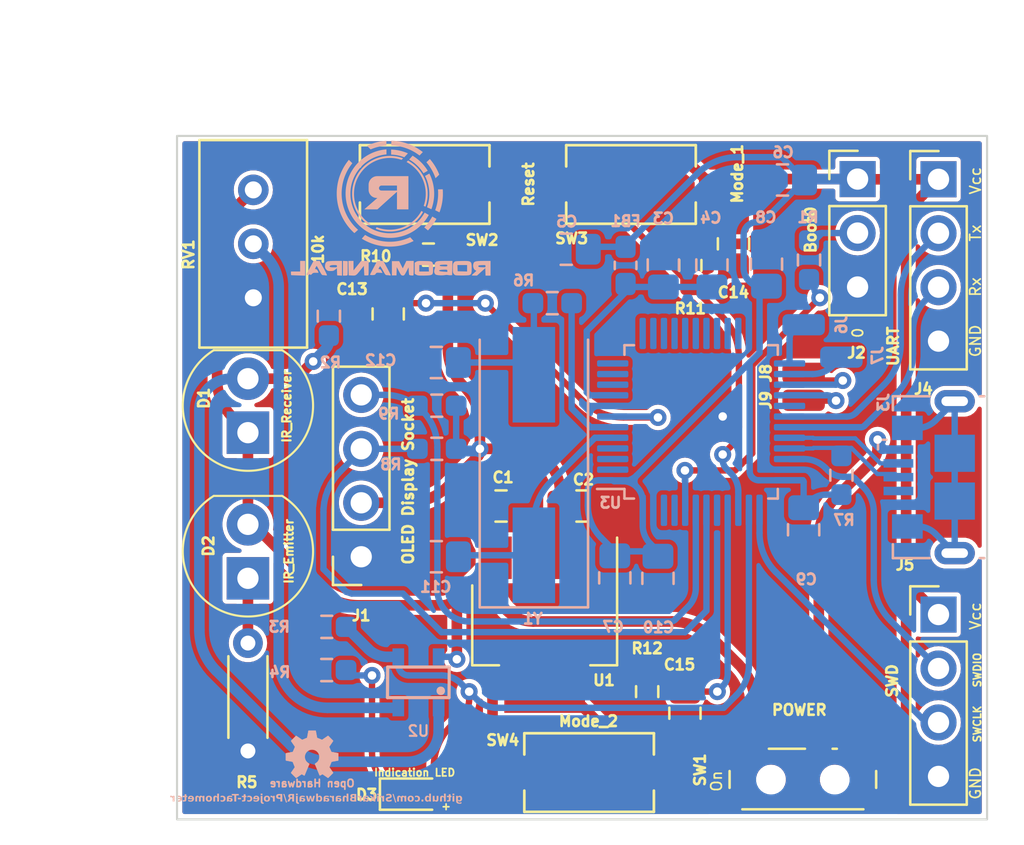
<source format=kicad_pcb>
(kicad_pcb (version 20221018) (generator pcbnew)
  (title_block (title "Project Tachometer") (date "2023-09-09") (rev "v1") (company "RoboManipal"))
  (layers (0 "F.Cu" signal) (31 "B.Cu" signal) (34 "B.Paste" user) (35 "F.Paste" user) (36 "B.SilkS" user "B.Silkscreen") (37 "F.SilkS" user "F.Silkscreen") (38 "B.Mask" user) (39 "F.Mask" user) (44 "Edge.Cuts" user))
  (net 0 "")
  (net 1 "Net-(D1-A)")
  (net 2 "Net-(D2-K)")
  (net 3 "Net-(D3-K)")
  (net 4 "/OP_Out")
  (net 5 "GND")
  (net 6 "Net-(C12-Pad1)")
  (net 7 "/VCC")
  (net 8 "/VDD")
  (net 9 "/VBUS")
  (net 11 "/HSE_IN")
  (net 12 "/VDDA")
  (net 16 "Net-(U2--)")
  (net 17 "/SWDIO")
  (net 18 "/SWCLK")
  (net 19 "/USB_D-")
  (net 20 "/USB_D+")
  (net 23 "/UART_Tx")
  (net 24 "/UART_Rx")
  (net 32 "/HSE_OUT")
  (net 33 "Net-(J2-Pin_2)")
  (net 34 "unconnected-(J3-Shield-Pad6)")
  (net 36 "Net-(J6-Pin_1)")
  (net 38 "/Boot0")
  (net 41 "/I2C_SCL")
  (net 42 "/I2C_SDA")
  (net 44 "Net-(J7-Pin_1)")
  (net 45 "Net-(J8-Pin_1)")
  (net 46 "/Reset")
  (net 47 "/Mode_1")
  (net 48 "/Mode_2")
  (net 53 "Net-(J9-Pin_1)")
  (footprint "Connector_PinSocket_2.54mm:PinSocket_1x04_P2.54mm_Vertical" (layer "F.Cu") (at 74.422 62.738 180)
    (fp_text reference "J1")
    (fp_text value "OLED Display Socket")
  )
  (footprint "Button_Switch_SMD:SW_TS09-63-25-WT-160-SMT-TR" (layer "F.Cu") (at 87.122 45.212 180)
    (fp_text reference "SW3")
    (fp_text value "Mode_1")
  )
  (footprint "Button_Switch_SMD:SW_TS09-63-25-WT-160-SMT-TR" (layer "F.Cu") (at 85.15 72.898 180)
    (fp_text reference "SW4")
    (fp_text value "Mode_2")
  )
  (footprint "Capacitor_SMD:C_0805_2012Metric_Pad1.18x1.45mm_HandSolder" (layer "F.Cu") (at 75.692 51.308 90)
    (fp_text reference "C13")
    (fp_text value "1uF")
  )
  (footprint "Connector_Wire:SolderWirePad_1x01_SMD_1x2mm" (layer "F.Cu") (at 95.25 54.102 90)
    (fp_text reference "J8")
    (fp_text value "PB_14")
  )
  (footprint "Capacitor_SMD:C_0805_2012Metric_Pad1.18x1.45mm_HandSolder" (layer "F.Cu") (at 81.0045 60.35)
    (fp_text reference "C1")
    (fp_text value "10uF")
  )
  (footprint "Connector_PinHeader_2.54mm:PinHeader_1x03_P2.54mm_Vertical" (layer "F.Cu") (at 97.79 44.958)
    (fp_text reference "J2")
    (fp_text value "Boot0")
  )
  (footprint "Capacitor_SMD:C_0805_2012Metric_Pad1.18x1.45mm_HandSolder" (layer "F.Cu") (at 89.662 70.104 -90)
    (fp_text reference "C15")
    (fp_text value "1uF")
  )
  (footprint "Capacitor_SMD:C_0805_2012Metric_Pad1.18x1.45mm_HandSolder" (layer "F.Cu") (at 84.8145 60.35)
    (fp_text reference "C2")
    (fp_text value "10uF")
  )
  (footprint "Potentiometer_THT:Potentiometer_Bourns_3296W_Vertical" (layer "F.Cu") (at 69.342 50.546 -90)
    (fp_text reference "RV1")
    (fp_text value "10k")
  )
  (footprint "Resistor_SMD:R_0603_1608Metric_Pad0.98x0.95mm_HandSolder" (layer "F.Cu") (at 89.916 49.022 -90)
    (fp_text reference "R11")
    (fp_text value "10k")
  )
  (footprint "Connector_PinHeader_2.54mm:PinHeader_1x04_P2.54mm_Vertical" (layer "F.Cu") (at 101.6 44.968)
    (fp_text reference "J4")
    (fp_text value "UART")
  )
  (footprint "digikey-footprints:LED_5mm_Radial" (layer "F.Cu") (at 69.088 61.214 90)
    (fp_text reference "D2")
    (fp_text value "IR_Emitter")
  )
  (footprint "Connector_PinHeader_2.54mm:PinHeader_1x04_P2.54mm_Vertical" (layer "F.Cu") (at 101.6 65.46)
    (fp_text reference "J5")
    (fp_text value "SWD")
  )
  (footprint "Button_Switch_SMD:SW_SPDT_PCM12" (layer "F.Cu") (at 95.214 72.898)
    (fp_text reference "SW1")
    (fp_text value "POWER")
  )
  (footprint "Package_TO_SOT_SMD:SOT-223-3_TabPin2" (layer "F.Cu") (at 83.058 65.938 -90)
    (fp_text reference "U1")
    (fp_text value "AMS1117-3.3")
  )
  (footprint "digikey-footprints:LED_5mm_Radial" (layer "F.Cu") (at 69.088 54.356 90)
    (fp_text reference "D1")
    (fp_text value "IR_Receiver")
  )
  (footprint "Capacitor_SMD:C_0805_2012Metric_Pad1.18x1.45mm_HandSolder" (layer "F.Cu") (at 91.948 48.006 90)
    (fp_text reference "C14")
    (fp_text value "1uF")
  )
  (footprint "Resistor_THT:R_Axial_DIN0204_L3.6mm_D1.6mm_P5.08mm_Horizontal" (layer "F.Cu") (at 69.088 66.802 -90)
    (fp_text reference "R5")
    (fp_text value "100R")
  )
  (footprint "Connector_Wire:SolderWirePad_1x01_SMD_1x2mm" (layer "F.Cu") (at 95.25 55.372 90)
    (fp_text reference "J9")
    (fp_text value "PB_15")
  )
  (footprint "Button_Switch_SMD:SW_TS09-63-25-WT-160-SMT-TR" (layer "F.Cu") (at 77.41 45.212)
    (fp_text reference "SW2")
    (fp_text value "Reset")
  )
  (footprint "Resistor_SMD:R_0603_1608Metric_Pad0.98x0.95mm_HandSolder" (layer "F.Cu") (at 77.5875 48.514)
    (fp_text reference "R10")
    (fp_text value "10k")
  )
  (footprint "LED_SMD:LED_0603_1608Metric_Pad1.05x0.95mm_HandSolder" (layer "F.Cu") (at 76.962 73.914)
    (fp_text reference "D3")
    (fp_text value "Indication LED")
  )
  (footprint "Resistor_SMD:R_0603_1608Metric_Pad0.98x0.95mm_HandSolder" (layer "F.Cu") (at 87.884 69.088 90)
    (fp_text reference "R12")
    (fp_text value "10k")
  )
  (footprint "Capacitor_SMD:C_0805_2012Metric_Pad1.18x1.45mm_HandSolder" (layer "B.Cu") (at 86.36 63.7325 -90)
    (fp_text reference "C7")
    (fp_text value "100nF")
  )
  (footprint "Crystal:Crystal_SMD_HC49-SD" (layer "B.Cu") (at 82.55 58.42 90)
    (fp_text reference "Y1")
    (fp_text value "8MHz_Crystal")
  )
  (footprint "Resistor_SMD:R_0603_1608Metric_Pad0.98x0.95mm_HandSolder" (layer "B.Cu") (at 77.978 55.626)
    (fp_text reference "R9")
    (fp_text value "1.5k")
  )
  (footprint "Resistor_SMD:R_0603_1608Metric_Pad0.98x0.95mm_HandSolder" (layer "B.Cu") (at 95.504 48.768 -90)
    (fp_text reference "R1")
    (fp_text value "10k")
  )
  (footprint "SparkFun-Aesthetic:OSHW_Logo_2.5mm" (layer "B.Cu") (at 72.100416 72.170535 180)
    (fp_text reference "Ref**" hide)
    (fp_text value "Val**" hide)
  )
  (footprint "Capacitor_SMD:C_0805_2012Metric_Pad1.18x1.45mm_HandSolder" (layer "B.Cu") (at 93.5 48.9625 90)
    (fp_text reference "C8")
    (fp_text value "100nF")
  )
  (footprint "Connector_USB:USB_Micro-B_GCT_USB3076-30-A" (layer "B.Cu") (at 101.162 58.992 -90)
    (fp_text reference "J3")
    (fp_text value "USB_B_Micro")
  )
  (footprint "Capacitor_SMD:C_0805_2012Metric_Pad1.18x1.45mm_HandSolder" (layer "B.Cu") (at 94.2555 45 180)
    (fp_text reference "C6")
    (fp_text value "10uF")
  )
  (footprint "Resistor_SMD:R_0603_1608Metric_Pad0.98x0.95mm_HandSolder" (layer "B.Cu") (at 72.898 51.4115 90)
    (fp_text reference "R2")
    (fp_text value "10k")
  )
  (footprint "Resistor_SMD:R_0603_1608Metric_Pad0.98x0.95mm_HandSolder" (layer "B.Cu") (at 72.794 68.072 180)
    (fp_text reference "R4")
    (fp_text value "1k")
  )
  (footprint "Package_QFP:LQFP-48_7x7mm_P0.5mm" (layer "B.Cu") (at 90.424 56.388)
    (fp_text reference "U3")
    (fp_text value "STM32F103C8Tx")
  )
  (footprint "LOGO" (layer "B.Cu") (at 75.7682 49.1998 180)
    (fp_text reference "G***" hide)
    (fp_text value "LOGO" hide)
  )
  (footprint "Capacitor_SMD:C_0805_2012Metric_Pad1.18x1.45mm_HandSolder" (layer "B.Cu") (at 95.25 61.468 -90)
    (fp_text reference "C9")
    (fp_text value "100nF")
  )
  (footprint "Capacitor_SMD:C_0805_2012Metric_Pad1.18x1.45mm_HandSolder" (layer "B.Cu") (at 88.392 63.754 -90)
    (fp_text reference "C10")
    (fp_text value "100nF")
  )
  (footprint "gsg-modules:SOT25" (layer "B.Cu") (at 77.117 68.65 180)
    (fp_text reference "U2")
    (fp_text value "LMV321")
  )
  (footprint "Inductor_SMD:L_0603_1608Metric_Pad1.05x0.95mm_HandSolder" (layer "B.Cu") (at 86.868 49.022 90)
    (fp_text reference "FB1")
    (fp_text value "120R")
  )
  (footprint "Capacitor_SMD:C_0805_2012Metric_Pad1.18x1.45mm_HandSolder" (layer "B.Cu") (at 84.074 48.26 180)
    (fp_text reference "C5")
    (fp_text value "100nF")
  )
  (footprint "Connector_Wire:SolderWirePad_1x01_SMD_1x2mm" (layer "B.Cu") (at 95.25 51.816 90)
    (fp_text reference "J6")
    (fp_text value "PB_12")
  )
  (footprint "LOGO" (layer "B.Cu") (at 75.7682 45.6438 180)
    (fp_text reference "G***" hide)
    (fp_text value "LOGO" hide)
  )
  (footprint "Capacitor_SMD:C_0805_2012Metric_Pad1.18x1.45mm_HandSolder" (layer "B.Cu") (at 77.9565 62.738 180)
    (fp_text reference "C11")
    (fp_text value "33pF")
  )
  (footprint "Resistor_SMD:R_0603_1608Metric_Pad0.98x0.95mm_HandSolder" (layer "B.Cu") (at 77.978 57.658)
    (fp_text reference "R8")
    (fp_text value "1.5k")
  )
  (footprint "Capacitor_SMD:C_0805_2012Metric_Pad1.18x1.45mm_HandSolder" (layer "B.Cu") (at 90.932 49.0005 90)
    (fp_text reference "C4")
    (fp_text value "1uF")
  )
  (footprint "Resistor_SMD:R_0603_1608Metric_Pad0.98x0.95mm_HandSolder" (layer "B.Cu") (at 97.028 58.9007 -90)
    (fp_text reference "R7")
    (fp_text value "1.5k")
  )
  (footprint "Capacitor_SMD:C_0805_2012Metric_Pad1.18x1.45mm_HandSolder" (layer "B.Cu") (at 88.646 49.0005 90)
    (fp_text reference "C3")
    (fp_text value "100nF")
  )
  (footprint "Capacitor_SMD:C_0805_2012Metric_Pad1.18x1.45mm_HandSolder" (layer "B.Cu") (at 77.9565 53.594 180)
    (fp_text reference "C12")
    (fp_text value "33pF")
  )
  (footprint "Resistor_SMD:R_0603_1608Metric_Pad0.98x0.95mm_HandSolder" (layer "B.Cu") (at 72.799 66.04 180)
    (fp_text reference "R3")
    (fp_text value "10k")
  )
  (footprint "Resistor_SMD:R_0603_1608Metric_Pad0.98x0.95mm_HandSolder" (layer "B.Cu") (at 83.4155 50.8)
    (fp_text reference "R6")
    (fp_text value "0R")
  )
  (footprint "Connector_Wire:SolderWirePad_1x01_SMD_1x2mm" (layer "B.Cu") (at 97.028 53.34 -90)
    (fp_text reference "J7")
    (fp_text value "PB_13")
  )
  (gr_rect (start 65.75 42.926) (end 103.886 75.101464) (stroke (width 0.1)) (fill none) (layer "Edge.Cuts"))
  (gr_text "github.com/SrikarBharadwajR/Project-Tachometer" (at 72.3138 74.1172) (layer "B.SilkS") (effects (font (size 0.35 0.35) (thickness 0.066) bold) (justify mirror)))
  (gr_text "Open Hardware" (at 72.108932 73.610828) (layer "B.SilkS") (effects (font (size 0.35 0.35) (thickness 0.08) bold) (justify bottom mirror)))
  (gr_text "0" (at 98.0948 52.197 90) (layer "F.SilkS") (effects (font (size 0.5 0.5) (thickness 0.08)) (justify bottom)))
  (gr_text "SWCLK" (at 103.632 70.612 90) (layer "F.SilkS") (effects (font (size 0.35 0.35) (thickness 0.08) bold) (justify bottom)))
  (gr_text "Vcc" (at 103.632 65.532 90) (layer "F.SilkS") (effects (font (size 0.5 0.5) (thickness 0.08)) (justify bottom)))
  (gr_text "On" (at 91.44 73.3044 90) (layer "F.SilkS") (effects (font (size 0.5 0.5) (thickness 0.08)) (justify bottom)))
  (gr_text "Rx" (at 103.632 50.038 90) (layer "F.SilkS") (effects (font (size 0.5 0.5) (thickness 0.08)) (justify bottom)))
  (gr_text "SWDIO" (at 103.632 68.072 90) (layer "F.SilkS") (effects (font (size 0.35 0.35) (thickness 0.08) bold) (justify bottom)))
  (gr_text "+" (at 78.237 74.239 270) (layer "F.SilkS") (effects (font (size 0.35 0.35) (thickness 0.08) bold) (justify left bottom)))
  (gr_text "GND" (at 103.632 73.406 90) (layer "F.SilkS") (effects (font (size 0.5 0.5) (thickness 0.08)) (justify bottom)))
  (gr_text "Tx" (at 103.632 47.498 90) (layer "F.SilkS") (effects (font (size 0.5 0.5) (thickness 0.08)) (justify bottom)))
  (gr_text "GND" (at 103.632 52.578 90) (layer "F.SilkS") (effects (font (size 0.5 0.5) (thickness 0.08)) (justify bottom)))
  (gr_text "Vcc" (at 103.632 45.0342 90) (layer "F.SilkS") (effects (font (size 0.5 0.5) (thickness 0.08)) (justify bottom)))
  (segment (start 70.773863 54.356) (end 69.088 54.356) (width 0.5) (layer "F.Cu") (net 1))
  (segment (start 71.755 53.9496) (end 72.1614 53.5432) (width 0.5) (layer "F.Cu") (net 1))
  (via (at 72.1614 53.5432) (size 0.8) (drill 0.4) (layers "F.Cu" "B.Cu") (net 1))
  (arc (start 71.755 53.9496) (mid 71.30485 54.25038) (end 70.773863 54.356) (width 0.5) (layer "F.Cu") (net 1))
  (segment (start 66.802 55.844233) (end 66.802 66.183018) (width 0.5) (layer "B.Cu") (net 1))
  (segment (start 73.008981 72.39) (end 76.614252 72.39) (width 0.5) (layer "B.Cu") (net 1))
  (segment (start 72.898 52.5653) (end 72.898 52.324) (width 0.5) (layer "B.Cu") (net 1))
  (segment (start 71.085103 71.593103) (end 67.598896 68.106896) (width 0.5) (layer "B.Cu") (net 1))
  (segment (start 78.067 70.937252) (end 78.067 69.85) (width 0.5) (layer "B.Cu") (net 1))
  (segment (start 68.290233 54.356) (end 69.088 54.356) (width 0.5) (layer "B.Cu") (net 1))
  (segment (start 72.727375 52.977224) (end 72.1614 53.5432) (width 0.5) (layer "B.Cu") (net 1))
  (arc (start 71.085103 71.593103) (mid 71.967786 72.182893) (end 73.008981 72.39) (width 0.5) (layer "B.Cu") (net 1))
  (arc (start 77.6415 71.9645) (mid 77.170194 72.279416) (end 76.614252 72.39) (width 0.5) (layer "B.Cu") (net 1))
  (arc (start 78.067 70.937252) (mid 77.956416 71.493194) (end 77.6415 71.9645) (width 0.5) (layer "B.Cu") (net 1))
  (arc (start 67.237893 54.791893) (mid 66.915284 55.27471) (end 66.802 55.844233) (width 0.5) (layer "B.Cu") (net 1))
  (arc (start 68.290233 54.356) (mid 67.72071 54.469284) (end 67.237893 54.791893) (width 0.5) (layer "B.Cu") (net 1))
  (arc (start 72.898 52.5653) (mid 72.853656 52.788231) (end 72.727375 52.977224) (width 0.5) (layer "B.Cu") (net 1))
  (arc (start 66.802 66.183018) (mid 67.009106 67.224213) (end 67.598896 68.106896) (width 0.5) (layer "B.Cu") (net 1))
  (segment (start 69.088 66.802) (end 69.088 63.754) (width 0.5) (layer "F.Cu") (net 2))
  (segment (start 75.5085 73.3355) (end 76.087 73.914) (width 0.3) (layer "F.Cu") (net 3))
  (segment (start 74.93 71.938877) (end 74.93 68.326) (width 0.3) (layer "F.Cu") (net 3))
  (via (at 74.93 68.326) (size 0.8) (drill 0.4) (layers "F.Cu" "B.Cu") (net 3))
  (arc (start 74.93 71.938877) (mid 75.080347 72.694724) (end 75.5085 73.3355) (width 0.3) (layer "F.Cu") (net 3))
  (segment (start 74.140105 68.326) (end 74.93 68.326) (width 0.3) (layer "B.Cu") (net 3))
  (segment (start 73.8335 68.199) (end 73.7065 68.072) (width 0.3) (layer "B.Cu") (net 3))
  (arc (start 73.8335 68.199) (mid 73.974171 68.292993) (end 74.140105 68.326) (width 0.3) (layer "B.Cu") (net 3))
  (segment (start 79.502 69.088) (end 79.502 69.469) (width 0.3) (layer "F.Cu") (net 4))
  (segment (start 77.837 72.641981) (end 77.837 73.914) (width 0.3) (layer "F.Cu") (net 4))
  (segment (start 79.232592 70.119407) (end 78.633896 70.718103) (width 0.3) (layer "F.Cu") (net 4))
  (via (at 79.502 69.088) (size 0.8) (drill 0.4) (layers "F.Cu" "B.Cu") (net 4))
  (arc (start 78.633896 70.718103) (mid 78.044106 71.600786) (end 77.837 72.641981) (width 0.3) (layer "F.Cu") (net 4))
  (arc (start 79.502 69.469) (mid 79.431983 69.820997) (end 79.232592 70.119407) (width 0.3) (layer "F.Cu") (net 4))
  (segment (start 79.502 69.088) (end 79.883 69.469) (width 0.3) (layer "B.Cu") (net 4))
  (segment (start 91.48466 69.85) (end 80.802815 69.85) (width 0.3) (layer "B.Cu") (net 4))
  (segment (start 74.751859 67.080359) (end 73.7115 66.04) (width 0.5) (layer "B.Cu") (net 4))
  (segment (start 92.674 67.819671) (end 92.674 60.5505) (width 0.3) (layer "B.Cu") (net 4))
  (segment (start 76.167 67.7445) (end 76.167 67.83606) (width 0.3) (layer "B.Cu") (net 4))
  (segment (start 76.656939 68.326) (end 78.201184 68.326) (width 0.3) (layer "B.Cu") (net 4))
  (segment (start 92.07933 69.25533) (end 91.48466 69.85) (width 0.3) (layer "B.Cu") (net 4))
  (segment (start 75.64425 67.45) (end 75.8725 67.45) (width 0.5) (layer "B.Cu") (net 4))
  (segment (start 79.502 69.088) (end 79.121 68.707) (width 0.3) (layer "B.Cu") (net 4))
  (arc (start 76.167 67.83606) (mid 76.204294 68.023552) (end 76.3105 68.1825) (width 0.3) (layer "B.Cu") (net 4))
  (arc (start 79.121 68.707) (mid 78.698984 68.425018) (end 78.201184 68.326) (width 0.3) (layer "B.Cu") (net 4))
  (arc (start 76.3105 68.1825) (mid 76.469447 68.288705) (end 76.656939 68.326) (width 0.3) (layer "B.Cu") (net 4))
  (arc (start 74.751859 67.080359) (mid 75.161291 67.353933) (end 75.64425 67.45) (width 0.5) (layer "B.Cu") (net 4))
  (arc (start 76.167 67.7445) (mid 76.080742 67.536257) (end 75.8725 67.45) (width 0.3) (layer "B.Cu") (net 4))
  (arc (start 79.883 69.469) (mid 80.305014 69.750981) (end 80.802815 69.85) (width 0.3) (layer "B.Cu") (net 4))
  (arc (start 92.674 67.819671) (mid 92.51945 68.596644) (end 92.07933 69.25533) (width 0.3) (layer "B.Cu") (net 4))
  (via (at 91.44 56.134) (size 0.8) (drill 0.4) (layers "F.Cu" "B.Cu") (net 5))
  (segment (start 71.884 68.0695) (end 71.8815 68.072) (width 0.3) (layer "B.Cu") (net 5))
  (segment (start 71.8865 68.063464) (end 71.8865 66.04) (width 0.3) (layer "B.Cu") (net 5))
  (arc (start 71.8865 68.063464) (mid 71.88585 68.06673) (end 71.884 68.0695) (width 0.3) (layer "B.Cu") (net 5))
  (segment (start 82.5265 50.8235) (end 82.503 50.8) (width 0.3) (layer "B.Cu") (net 6))
  (segment (start 79.427605 53.594) (end 81.566706 53.594) (width 0.3) (layer "B.Cu") (net 6))
  (segment (start 82.55 50.880234) (end 82.55 53.762706) (width 0.3) (layer "B.Cu") (net 6))
  (segment (start 79.121 53.721) (end 78.994 53.848) (width 0.3) (layer "B.Cu") (net 6))
  (arc (start 82.262 53.882) (mid 81.942996 53.668848) (end 81.566706 53.594) (width 0.3) (layer "B.Cu") (net 6))
  (arc (start 82.5265 50.8235) (mid 82.543892 50.849529) (end 82.55 50.880234) (width 0.3) (layer "B.Cu") (net 6))
  (arc (start 79.427605 53.594) (mid 79.261671 53.627006) (end 79.121 53.721) (width 0.3) (layer "B.Cu") (net 6))
  (arc (start 82.262 53.882) (mid 82.445854 53.91857) (end 82.55 53.762706) (width 0.3) (layer "B.Cu") (net 6))
  (segment (start 79.967 61.437678) (end 79.967 60.35) (width 0.5) (layer "F.Cu") (net 7))
  (segment (start 89.043018 65.786) (end 82.516319 65.786) (width 0.5) (layer "F.Cu") (net 7))
  (segment (start 90.966896 66.582896) (end 92.167103 67.783103) (width 0.5) (layer "F.Cu") (net 7))
  (segment (start 67.638 48.296981) (end 67.638 54.420695) (width 0.5) (layer "F.Cu") (net 7))
  (segment (start 69.431802 61.303802) (end 72.355103 64.227103) (width 0.5) (layer "F.Cu") (net 7))
  (segment (start 80.758 62.788) (end 78.7035 64.8425) (width 0.5) (layer "F.Cu") (net 7))
  (segment (start 80.3625 62.3925) (end 80.758 62.788) (width 0.5) (layer "F.Cu") (net 7))
  (segment (start 80.758 64.02768) (end 80.758 62.788) (width 0.5) (layer "F.Cu") (net 7))
  (segment (start 69.088 56.896) (end 69.088 61.087) (width 0.5) (layer "F.Cu") (net 7))
  (segment (start 78.26532 65.024) (end 74.278981 65.024) (width 0.5) (layer "F.Cu") (net 7))
  (segment (start 78.924 67.564) (end 78.924 64.727577) (width 0.5) (layer "F.Cu") (net 7))
  (segment (start 68.434896 46.373103) (end 69.342 45.466) (width 0.5) (layer "F.Cu") (net 7))
  (segment (start 92.964 69.706981) (end 92.964 71.468) (width 0.5) (layer "F.Cu") (net 7))
  (segment (start 68.363 56.171) (end 69.088 56.896) (width 0.5) (layer "F.Cu") (net 7))
  (via (at 78.924 67.564) (size 0.8) (drill 0.4) (layers "F.Cu" "B.Cu") (net 7))
  (arc (start 78.7035 64.8425) (mid 78.502461 64.976829) (end 78.26532 65.024) (width 0.5) (layer "F.Cu") (net 7))
  (arc (start 68.434896 46.373103) (mid 67.845106 47.255786) (end 67.638 48.296981) (width 0.5) (layer "F.Cu") (net 7))
  (arc (start 92.167103 67.783103) (mid 92.756893 68.665786) (end 92.964 69.706981) (width 0.5) (layer "F.Cu") (net 7))
  (arc (start 69.431802 61.303802) (mid 69.332332 61.237338) (end 69.215 61.214) (width 0.5) (layer "F.Cu") (net 7))
  (arc (start 67.638 54.420695) (mid 67.826421 55.367953) (end 68.363 56.171) (width 0.5) (layer "F.Cu") (net 7))
  (arc (start 90.966896 66.582896) (mid 90.084213 65.993106) (end 89.043018 65.786) (width 0.5) (layer "F.Cu") (net 7))
  (arc (start 80.758 64.02768) (mid 80.891844 64.700559) (end 81.273 65.271) (width 0.5) (layer "F.Cu") (net 7))
  (arc (start 72.355103 64.227103) (mid 73.237786 64.816893) (end 74.278981 65.024) (width 0.5) (layer "F.Cu") (net 7))
  (arc (start 81.273 65.271) (mid 81.843439 65.652155) (end 82.516319 65.786) (width 0.5) (layer "F.Cu") (net 7))
  (arc (start 79.967 61.437678) (mid 80.069787 61.954424) (end 80.3625 62.3925) (width 0.5) (layer "F.Cu") (net 7))
  (arc (start 69.088 61.087) (mid 69.125197 61.176802) (end 69.215 61.214) (width 0.5) (layer "F.Cu") (net 7))
  (segment (start 78.729389 67.45) (end 78.067 67.45) (width 0.3) (layer "B.Cu") (net 7))
  (segment (start 78.924 67.564) (end 78.867 67.507) (width 0.3) (layer "B.Cu") (net 7))
  (arc (start 78.867 67.507) (mid 78.803863 67.464813) (end 78.729389 67.45) (width 0.3) (layer "B.Cu") (net 7))
  (segment (start 80.01 57.658) (end 81.682379 57.658) (width 0.5) (layer "F.Cu") (net 8))
  (segment (start 89.154 72.00871) (end 89.154 72.898) (width 0.5) (layer "F.Cu") (net 8))
  (segment (start 92.124024 73.025) (end 89.027 73.025) (width 0.5) (layer "F.Cu") (net 8))
  (segment (start 88.4215 72.898) (end 88.875 72.898) (width 0.5) (layer "F.Cu") (net 8))
  (segment (start 80.01 57.658) (end 80.01 57.785) (width 0.5) (layer "F.Cu") (net 8))
  (segment (start 97.207526 74.186981) (end 93.286005 74.186981) (width 0.5) (layer "F.Cu") (net 8))
  (segment (start 100.075152 72.706848) (end 99.814 72.968) (width 0.5) (layer "F.Cu") (net 8))
  (segment (start 78.5 52.897768) (end 78.5 44.894565) (width 0.5) (layer "F.Cu") (net 8))
  (segment (start 90.237 44.577) (end 90.745 45.085) (width 0.5) (layer "F.Cu") (net 8))
  (segment (start 87.604649 72.559649) (end 84.513069 69.468069) (width 0.5) (layer "F.Cu") (net 8))
  (segment (start 100.076 63.282) (end 100.076 47.56963) (width 0.5) (layer "F.Cu") (net 8))
  (segment (start 91.305605 44.958) (end 97.782928 44.958) (width 0.5) (layer "F.Cu") (net 8))
  (segment (start 100.230149 64.090149) (end 101.6 65.46) (width 0.5) (layer "F.Cu") (net 8))
  (segment (start 83.777 60.35) (end 83.777 59.6175) (width 0.5) (layer "F.Cu") (net 8))
  (segment (start 83.1635 58.2715) (end 83.259044 58.367044) (width 0.5) (layer "F.Cu") (net 8))
  (segment (start 100.075152 63.718848) (end 100.075152 72.706848) (width 0.5) (layer "F.Cu") (net 8))
  (segment (start 97.807071 44.968) (end 100.790043 44.968) (width 0.5) (layer "F.Cu") (net 8))
  (segment (start 101.027274 45.540725) (end 100.838 45.73) (width 0.5) (layer "F.Cu") (net 8))
  (segment (start 83.777 60.35) (end 83.777 61.56059) (width 0.5) (layer "F.Cu") (net 8))
  (segment (start 100.076 63.282) (end 100.076 63.718) (width 0.5) (layer "F.Cu") (net 8))
  (segment (start 89.027 73.025) (end 88.917677 72.915677) (width 0.5) (layer "F.Cu") (net 8))
  (segment (start 88.9 72.923) (end 88.9 72.948) (width 0.5) (layer "F.Cu") (net 8))
  (segment (start 91.664 45.496) (end 91.38 45.212) (width 0.5) (layer "F.Cu") (net 8))
  (segment (start 83.4175 62.4285) (end 83.058 62.788) (width 0.5) (layer "F.Cu") (net 8))
  (segment (start 93.286005 74.186981) (end 92.124024 73.025) (width 0.5) (layer "F.Cu") (net 8))
  (segment (start 83.5955 69.088) (end 83.058 69.088) (width 0.5) (layer "F.Cu") (net 8))
  (segment (start 88.703974 43.942) (end 79.452565 43.942) (width 0.5) (layer "F.Cu") (net 8))
  (segment (start 98.426507 72.968) (end 97.207526 74.186981) (width 0.5) (layer "F.Cu") (net 8))
  (segment (start 100.076 63.718) (end 100.076 63.282) (width 0.5) (layer "F.Cu") (net 8))
  (segment (start 91.948 46.181636) (end 91.948 46.9685) (width 0.5) (layer "F.Cu") (net 8))
  (segment (start 99.814 72.968) (end 98.426507 72.968) (width 0.5) (layer "F.Cu") (net 8))
  (segment (start 80.01 57.658) (end 80.01 56.543231) (width 0.5) (layer "F.Cu") (net 8))
  (segment (start 89.408 71.3955) (end 89.662 71.1415) (width 0.5) (layer "F.Cu") (net 8))
  (segment (start 79.920197 58.001802) (end 78.520896 59.401103) (width 0.5) (layer "F.Cu") (net 8))
  (segment (start 76.597018 60.198) (end 74.422 60.198) (width 0.5) (layer "F.Cu") (net 8))
  (via (at 80.01 57.658) (size 0.8) (drill 0.4) (layers "F.Cu" "B.Cu") (net 8))
  (arc (start 83.1635 58.2715) (mid 82.483956 57.817443) (end 81.682379 57.658) (width 0.5) (layer "F.Cu") (net 8))
  (arc (start 87.604649 72.559649) (mid 87.979423 72.810065) (end 88.4215 72.898) (width 0.5) (layer "F.Cu") (net 8))
  (arc (start 79.452565 43.942) (mid 79.088034 44.014509) (end 78.779 44.221) (width 0.5) (layer "F.Cu") (net 8))
  (arc (start 90.745 45.085) (mid 90.872 45.137605) (end 90.999 45.085) (width 0.5) (layer "F.Cu") (net 8))
  (arc (start 78.779 44.221) (mid 78.572509 44.530034) (end 78.5 44.894565) (width 0.5) (layer "F.Cu") (net 8))
  (arc (start 100.076 63.718) (mid 100.116062 63.919405) (end 100.230149 64.090149) (width 0.5) (layer "F.Cu") (net 8))
  (arc (start 83.777 61.56059) (mid 83.683568 62.030299) (end 83.4175 62.4285) (width 0.5) (layer "F.Cu") (net 8))
  (arc (start 101.027274 45.540725) (mid 101.1 45.175106) (end 100.790043 44.968) (width 0.5) (layer "F.Cu") (net 8))
  (arc (start 84.513069 69.468069) (mid 84.092085 69.186776) (end 83.5955 69.088) (width 0.5) (layer "F.Cu") (net 8))
  (arc (start 78.5 52.897768) (mid 78.696218 53.884223) (end 79.255 54.7205) (width 0.5) (layer "F.Cu") (net 8))
  (arc (start 88.875 72.898) (mid 88.898096 72.902594) (end 88.917677 72.915677) (width 0.5) (layer "F.Cu") (net 8))
  (arc (start 83.259044 58.367044) (mid 83.642387 58.940758) (end 83.777 59.6175) (width 0.5) (layer "F.Cu") (net 8))
  (arc (start 80.01 57.785) (mid 79.98666 57.902332) (end 79.920197 58.001802) (width 0.5) (layer "F.Cu") (net 8))
  (arc (start 97.795 44.963) (mid 97.800538 44.9667) (end 97.807071 44.968) (width 0.5) (layer "F.Cu") (net 8))
  (arc (start 79.255 54.7205) (mid 79.813781 55.556776) (end 80.01 56.543231) (width 0.5) (layer "F.Cu") (net 8))
  (arc (start 91.664 45.496) (mid 91.87419 45.810572) (end 91.948 46.181636) (width 0.5) (layer "F.Cu") (net 8))
  (arc (start 88.9 72.923) (mid 88.892677 72.905322) (end 88.875 72.898) (width 0.5) (layer "F.Cu") (net 8))
  (arc (start 90.237 44.577) (mid 89.533641 44.107031) (end 88.703974 43.942) (width 0.5) (layer "F.Cu") (net 8))
  (arc (start 100.838 45.73) (mid 100.274037 46.574029) (end 100.076 47.56963) (width 0.5) (layer "F.Cu") (net 8))
  (arc (start 78.520896 59.401103) (mid 77.638213 59.990893) (end 76.597018 60.198) (width 0.5) (layer "F.Cu") (net 8))
  (arc (start 91.305605 44.958) (mid 91.139671 44.991006) (end 90.999 45.085) (width 0.5) (layer "F.Cu") (net 8))
  (arc (start 88.917677 72.915677) (mid 88.906392 72.913432) (end 88.9 72.923) (width 0.5) (layer "F.Cu") (net 8))
  (arc (start 89.408 71.3955) (mid 89.220012 71.676843) (end 89.154 72.00871) (width 0.5) (layer "F.Cu") (net 8))
  (arc (start 97.795 44.963) (mid 97.789461 44.959299) (end 97.782928 44.958) (width 0.5) (layer "F.Cu") (net 8))
  (segment (start 94.89625 59.138) (end 95.174887 59.138) (width 0.3) (layer "B.Cu") (net 8))
  (segment (start 87.674 60.14225) (end 87.674 60.124322) (width 0.3) (layer "B.Cu") (net 8))
  (segment (start 79.833314 57.7615) (end 78.994 57.7615) (width 0.5) (layer "B.Cu") (net 8))
  (segment (start 87.674 60.95875) (end 87.674 61.258297) (width 0.3) (layer "B.Cu") (net 8))
  (segment (start 94.27675 59.138) (end 93.143605 59.138) (width 0.3) (layer "B.Cu") (net 8))
  (segment (start 94.89625 59.138) (end 94.27675 59.138) (width 0.3) (layer "B.Cu") (net 8))
  (segment (start 80.01 57.658) (end 79.95825 57.70975) (width 0.5) (layer "B.Cu") (net 8))
  (segment (start 80.01 57.658) (end 78.8905 57.658) (width 0.3) (layer "B.Cu") (net 8))
  (segment (start 95.25 59.213112) (end 95.25 60.4305) (width 0.3) (layer "B.Cu") (net 8))
  (segment (start 85.168 48.2035) (end 85.1115 48.26) (width 0.3) (layer "B.Cu") (net 8))
  (segment (start 88.392 62.484) (end 88.033 62.125) (width 0.3) (layer "B.Cu") (net 8))
  (segment (start 92.425 49.144739) (end 92.425 47.5875) (width 0.3) (layer "B.Cu") (net 8))
  (segment (start 85.09 59.646717) (end 85.09 60.325) (width 0.3) (layer "B.Cu") (net 8))
  (segment (start 92.71 58.704394) (end 92.71 53.638) (width 0.3) (layer "B.Cu") (net 8))
  (segment (start 87.674 60.14225) (end 87.674 60.95875) (width 0.3) (layer "B.Cu") (net 8))
  (segment (start 86.834486 48.147) (end 85.304403 48.147) (width 0.3) (layer "B.Cu") (net 8))
  (segment (start 90.226075 44.721896) (end 86.891697 48.056274) (width 0.3) (layer "B.Cu") (net 8))
  (segment (start 78.8905 57.658) (end 78.8905 55.626) (width 0.3) (layer "B.Cu") (net 8))
  (segment (start 92.149953 43.925) (end 94.156851 43.925) (width 0.3) (layer "B.Cu") (net 8))
  (segment (start 87.397999 58.905999) (end 93.174 53.129999) (width 0.3) (layer "B.Cu") (net 8))
  (segment (start 95.272 44.979) (end 94.261239 43.968239) (width 0.3) (layer "B.Cu") (net 8))
  (segment (start 93.174 51.77325) (end 93.174 53.129999) (width 0.3) (layer "B.Cu") (net 8))
  (segment (start 93.213 50) (end 93.269483 50) (width 0.3) (layer "B.Cu") (net 8))
  (segment (start 95.55865 60.12185) (end 95.25 60.4305) (width 0.3) (layer "B.Cu") (net 8))
  (segment (start 93.492539 46.80046) (end 95.272 45.021) (width 0.3) (layer "B.Cu") (net 8))
  (segment (start 85.598717 59.138) (end 86.230387 59.138) (width 0.3) (layer "B.Cu") (net 8))
  (segment (start 93.174 51.77325) (end 93.174 50.556516) (width 0.3) (layer "B.Cu") (net 8))
  (segment (start 92.72306 49.79706) (end 92.6755 49.7495) (width 0.3) (layer "B.Cu") (net 8))
  (segment (start 96.303797 59.8132) (end 97.028 59.8132) (width 0.3) (layer "B.Cu") (net 8))
  (segment (start 95.364698 44.958) (end 97.79 44.958) (width 0.5) (layer "B.Cu") (net 8))
  (segment (start 95.314 44.979) (end 95.272 45.021) (width 0.5) (layer "B.Cu") (net 8))
  (segment (start 86.731677 59.182) (end 86.336612 59.182) (width 0.3) (layer "B.Cu") (net 8))
  (segment (start 88.392 62.484) (end 86.36 62.484) (width 0.3) (layer "B.Cu") (net 8))
  (segment (start 93.025 46.9875) (end 93.040986 46.9875) (width 0.3) (layer "B.Cu") (net 8))
  (segment (start 85.718617 61.842617) (end 86.36 62.484) (width 0.3) (layer "B.Cu") (net 8))
  (arc (start 87.398 59.458) (mid 87.092288 59.25373) (end 86.731677 59.182) (width 0.3) (layer "B.Cu") (net 8))
  (arc (start 92.425 49.144739) (mid 92.490102 49.472033) (end 92.6755 49.7495) (width 0.3) (layer "B.Cu") (net 8))
  (arc (start 92.149953 43.925) (mid 91.108758 44.132106) (end 90.226075 44.721896) (width 0.3) (layer "B.Cu") (net 8))
  (arc (start 86.731677 59.182) (mid 87.092288 59.110269) (end 87.397999 58.905999) (width 0.3) (layer "B.Cu") (net 8))
  (arc (start 92.837 59.011) (mid 92.977671 59.104993) (end 93.143605 59.138) (width 0.3) (layer "B.Cu") (net 8))
  (arc (start 86.868 48.113486) (mid 86.858183 48.137183) (end 86.834486 48.147) (width 0.3) (layer "B.Cu") (net 8))
  (arc (start 95.228 59.16) (mid 95.244282 59.184368) (end 95.25 59.213112) (width 0.3) (layer "B.Cu") (net 8))
  (arc (start 92.72306 49.79706) (mid 92.947846 49.947257) (end 93.213 50) (width 0.3) (layer "B.Cu") (net 8))
  (arc (start 86.2835 59.16) (mid 86.307868 59.176282) (end 86.336612 59.182) (width 0.3) (layer "B.Cu") (net 8))
  (arc (start 94.261239 43.968239) (mid 94.213345 43.936238) (end 94.156851 43.925) (width 0.3) (layer "B.Cu") (net 8))
  (arc (start 87.674 61.258297) (mid 87.767301 61.727353) (end 88.033 62.125) (width 0.3) (layer "B.Cu") (net 8))
  (arc (start 93.337 50.163) (mid 93.357698 50.058943) (end 93.269483 50) (width 0.3) (layer "B.Cu") (net 8))
  (arc (start 95.272 45.021) (mid 95.280698 45) (end 95.272 44.979) (width 0.3) (layer "B.Cu") (net 8))
  (arc (start 95.364698 44.958) (mid 95.33726 44.963457) (end 95.314 44.979) (width 0.5) (layer "B.Cu") (net 8))
  (arc (start 86.891697 48.056274) (mid 86.874158 48.082523) (end 86.868 48.113486) (width 0.3) (layer "B.Cu") (net 8))
  (arc (start 86.2835 59.16) (mid 86.259131 59.143717) (end 86.230387 59.138) (width 0.3) (layer "B.Cu") (net 8))
  (arc (start 79.95825 57.70975) (mid 79.900928 57.74805) (end 79.833314 57.7615) (width 0.5) (layer "B.Cu") (net 8))
  (arc (start 85.304403 48.147) (mid 85.230582 48.161683) (end 85.168 48.2035) (width 0.3) (layer "B.Cu") (net 8))
  (arc (start 96.303797 59.8132) (mid 95.900526 59.893415) (end 95.55865 60.12185) (width 0.3) (layer "B.Cu") (net 8))
  (arc (start 93.337 50.163) (mid 93.216362 50.343546) (end 93.174 50.556516) (width 0.3) (layer "B.Cu") (net 8))
  (arc (start 95.228 59.16) (mid 95.203631 59.143717) (end 95.174887 59.138) (width 0.3) (layer "B.Cu") (net 8))
  (arc (start 87.397999 58.905999) (mid 87.283676 59.181999) (end 87.398 59.458) (width 0.3) (layer "B.Cu") (net 8))
  (arc (start 85.239 59.287) (mid 85.128723 59.452039) (end 85.09 59.646717) (width 0.3) (layer "B.Cu") (net 8))
  (arc (start 92.71 58.704394) (mid 92.743006 58.870328) (end 92.837 59.011) (width 0.3) (layer "B.Cu") (net 8))
  (arc (start 93.025 46.9875) (mid 92.79539 47.033172) (end 92.600736 47.163236) (width 0.3) (layer "B.Cu") (net 8))
  (arc (start 85.09 60.325) (mid 85.253372 61.146328) (end 85.718617 61.842617) (width 0.3) (layer "B.Cu") (net 8))
  (arc (start 93.492539 46.80046) (mid 93.285364 46.938889) (end 93.040986 46.9875) (width 0.3) (layer "B.Cu") (net 8))
  (arc (start 85.598717 59.138) (mid 85.404039 59.176723) (end 85.239 59.287) (width 0.3) (layer "B.Cu") (net 8))
  (arc (start 92.600736 47.163236) (mid 92.470672 47.35789) (end 92.425 47.5875) (width 0.3) (layer "B.Cu") (net 8))
  (arc (start 87.398 59.458) (mid 87.602269 59.763711) (end 87.674 60.124322) (width 0.3) (layer "B.Cu") (net 8))
  (arc (start 95.272 44.979) (mid 95.293 44.987698) (end 95.314 44.979) (width 0.3) (layer "B.Cu") (net 8))
  (segment (start 98.732622 57.223378) (end 98.732622 57.604378) (width 0.5) (layer "F.Cu") (net 9))
  (segment (start 98.463214 58.254785) (end 96.760896 59.957103) (width 0.5) (layer "F.Cu") (net 9))
  (segment (start 95.964 61.880981) (end 95.964 71.468) (width 0.5) (layer "F.Cu") (net 9))
  (via (at 98.732622 57.223378) (size 0.8) (drill 0.4) (layers "F.Cu" "B.Cu") (net 9))
  (arc (start 96.760896 59.957103) (mid 96.171106 60.839786) (end 95.964 61.880981) (width 0.5) (layer "F.Cu") (net 9))
  (arc (start 98.732622 57.604378) (mid 98.662605 57.956375) (end 98.463214 58.254785) (width 0.5) (layer "F.Cu") (net 9))
  (segment (start 98.732622 57.3285) (end 98.732622 57.223378) (width 0.5) (layer "B.Cu") (net 9))
  (segment (start 98.806954 57.507954) (end 98.957 57.658) (width 0.5) (layer "B.Cu") (net 9))
  (arc (start 98.732622 57.3285) (mid 98.75194 57.425619) (end 98.806954 57.507954) (width 0.5) (layer "B.Cu") (net 9))
  (segment (start 79.028 62.704) (end 78.994 62.738) (width 0.3) (layer "B.Cu") (net 11))
  (segment (start 81.55 62.67) (end 79.110083 62.67) (width 0.3) (layer "B.Cu") (net 11))
  (segment (start 82.55 61.67) (end 82.55 61.13794) (width 0.3) (layer "B.Cu") (net 11))
  (segment (start 85.425594 57.138) (end 86.2615 57.138) (width 0.3) (layer "B.Cu") (net 11))
  (segment (start 83.346896 59.214062) (end 85.421094 57.139864) (width 0.3) (layer "B.Cu") (net 11))
  (arc (start 82.55 61.67) (mid 82.257106 62.377106) (end 81.55 62.67) (width 0.3) (layer "B.Cu") (net 11))
  (arc (start 85.425594 57.138) (mid 85.423159 57.138484) (end 85.421094 57.139864) (width 0.3) (layer "B.Cu") (net 11))
  (arc (start 83.346896 59.214062) (mid 82.757106 60.096745) (end 82.55 61.13794) (width 0.3) (layer "B.Cu") (net 11))
  (arc (start 79.110083 62.67) (mid 79.06566 62.678836) (end 79.028 62.704) (width 0.3) (layer "B.Cu") (net 11))
  (segment (start 86.2615 55.138) (end 85.1862 55.138) (width 0.3) (layer "B.Cu") (net 12))
  (segment (start 87.108702 50.038) (end 90.932 50.038) (width 0.3) (layer "B.Cu") (net 12))
  (segment (start 85.0392 54.991) (end 85.0392 52.107502) (width 0.3) (layer "B.Cu") (net 12))
  (segment (start 85.1862 55.138) (end 85.0392 54.991) (width 0.3) (layer "B.Cu") (net 12))
  (segment (start 85.0392 52.107502) (end 87.108702 50.038) (width 0.3) (layer "B.Cu") (net 12))
  (segment (start 72.832351 69.85) (end 76.167 69.85) (width 0.5) (layer "B.Cu") (net 16))
  (segment (start 69.94 48.604) (end 69.342 48.006) (width 0.5) (layer "B.Cu") (net 16))
  (segment (start 70.538 67.555648) (end 70.538 50.047699) (width 0.5) (layer "B.Cu") (net 16))
  (arc (start 70.538 67.555648) (mid 70.712647 68.433658) (end 71.21 69.178) (width 0.5) (layer "B.Cu") (net 16))
  (arc (start 69.94 48.604) (mid 70.382584 49.266374) (end 70.538 50.047699) (width 0.5) (layer "B.Cu") (net 16))
  (arc (start 71.21 69.178) (mid 71.954341 69.675352) (end 72.832351 69.85) (width 0.5) (layer "B.Cu") (net 16))
  (segment (start 95.267106 58.138) (end 94.5865 58.138) (width 0.3) (layer "B.Cu") (net 17))
  (segment (start 98.06785 59.45985) (end 97.659891 59.051891) (width 0.3) (layer "B.Cu") (net 17))
  (segment (start 96.2783 58.55685) (end 96.383707 58.662257) (width 0.3) (layer "B.Cu") (net 17))
  (segment (start 97.140425 58.9757) (end 97.475973 58.975708) (width 0.3) (layer "B.Cu") (net 17))
  (segment (start 98.552 60.628691) (end 98.552 63.825018) (width 0.3) (layer "B.Cu") (net 17))
  (segment (start 99.348896 65.748896) (end 101.6 68) (width 0.3) (layer "B.Cu") (net 17))
  (arc (start 98.552 63.825018) (mid 98.759106 64.866213) (end 99.348896 65.748896) (width 0.3) (layer "B.Cu") (net 17))
  (arc (start 96.383707 58.662257) (mid 96.730892 58.894238) (end 97.140425 58.9757) (width 0.3) (layer "B.Cu") (net 17))
  (arc (start 96.2783 58.55685) (mid 95.81436 58.246855) (end 95.267106 58.138) (width 0.3) (layer "B.Cu") (net 17))
  (arc (start 97.659891 59.051891) (mid 97.575509 58.995508) (end 97.475973 58.975708) (width 0.3) (layer "B.Cu") (net 17))
  (arc (start 98.06785 59.45985) (mid 98.426173 59.996118) (end 98.552 60.628691) (width 0.3) (layer "B.Cu") (net 17))
  (segment (start 93.174 61.62225) (end 93.174 60.5505) (width 0.3) (layer "B.Cu") (net 18))
  (segment (start 101.31 70.54) (end 101.6 70.54) (width 0.3) (layer "B.Cu") (net 18))
  (segment (start 93.931841 63.451841) (end 100.814939 70.334939) (width 0.3) (layer "B.Cu") (net 18))
  (arc (start 100.814939 70.334939) (mid 101.042074 70.486706) (end 101.31 70.54) (width 0.3) (layer "B.Cu") (net 18))
  (arc (start 93.174 61.62225) (mid 93.370956 62.612417) (end 93.931841 63.451841) (width 0.3) (layer "B.Cu") (net 18))
  (segment (start 98.861294 58.342) (end 99.712 58.342) (width 0.2) (layer "B.Cu") (net 19))
  (segment (start 95.717751 57.163) (end 97.682294 57.163) (width 0.2) (layer "B.Cu") (net 19))
  (segment (start 95.692751 57.138) (end 95.717751 57.163) (width 0.2) (layer "B.Cu") (net 19))
  (segment (start 94.5865 57.138) (end 95.692751 57.138) (width 0.2) (layer "B.Cu") (net 19))
  (segment (start 97.682294 57.163) (end 98.861294 58.342) (width 0.2) (layer "B.Cu") (net 19))
  (segment (start 95.692751 57.638) (end 95.717751 57.613) (width 0.2) (layer "B.Cu") (net 20))
  (segment (start 97.495926 57.613) (end 98.724926 58.842) (width 0.2) (layer "B.Cu") (net 20))
  (segment (start 95.717751 57.613) (end 97.495926 57.613) (width 0.2) (layer "B.Cu") (net 20))
  (segment (start 99.562 58.842) (end 99.712 58.992) (width 0.2) (layer "B.Cu") (net 20))
  (segment (start 94.5865 57.638) (end 95.692751 57.638) (width 0.2) (layer "B.Cu") (net 20))
  (segment (start 98.724926 58.842) (end 99.562 58.842) (width 0.2) (layer "B.Cu") (net 20))
  (segment (start 97.276859 56.138) (end 94.5865 56.138) (width 0.3) (layer "B.Cu") (net 23))
  (segment (start 100.618896 48.489103) (end 101.6 47.508) (width 0.3) (layer "B.Cu") (net 23))
  (segment (start 99.025103 54.644896) (end 97.71241 55.957589) (width 0.3) (layer "B.Cu") (net 23))
  (segment (start 99.822 50.412981) (end 99.822 52.721018) (width 0.3) (layer "B.Cu") (net 23))
  (arc (start 97.71241 55.957589) (mid 97.512578 56.091113) (end 97.276859 56.138) (width 0.3) (layer "B.Cu") (net 23))
  (arc (start 100.618896 48.489103) (mid 100.029106 49.371786) (end 99.822 50.412981) (width 0.3) (layer "B.Cu") (net 23))
  (arc (start 99.822 52.721018) (mid 99.614893 53.762213) (end 99.025103 54.644896) (width 0.3) (layer "B.Cu") (net 23))
  (segment (start 101 50.648) (end 101.6 50.048) (width 0.3) (layer "B.Cu") (net 24))
  (segment (start 100.4 52.096528) (end 100.4 53.159018) (width 0.3) (layer "B.Cu") (net 24))
  (segment (start 99.603103 55.082896) (end 98.116317 56.569682) (width 0.3) (layer "B.Cu") (net 24))
  (segment (start 97.951383 56.638) (end 94.5865 56.638) (width 0.3) (layer "B.Cu") (net 24))
  (arc (start 98.116317 56.569682) (mid 98.040645 56.620245) (end 97.951383 56.638) (width 0.3) (layer "B.Cu") (net 24))
  (arc (start 100.4 53.159018) (mid 100.192893 54.200213) (end 99.603103 55.082896) (width 0.3) (layer "B.Cu") (net 24))
  (arc (start 101 50.648) (mid 100.555934 51.31259) (end 100.4 52.096528) (width 0.3) (layer "B.Cu") (net 24))
  (segment (start 85.213 56.638) (end 86.2615 56.638) (width 0.3) (layer "B.Cu") (net 32))
  (segment (start 84.328 55.753) (end 85.213 56.638) (width 0.3) (layer "B.Cu") (net 32))
  (segment (start 84.328 50.8) (end 84.328 55.753) (width 0.3) (layer "B.Cu") (net 32))
  (segment (start 95.758 47.8555) (end 96.1155 47.498) (width 0.3) (layer "B.Cu") (net 33))
  (segment (start 95.68275 47.67675) (end 95.504 47.8555) (width 0.3) (layer "B.Cu") (net 33))
  (segment (start 96.11429 47.498) (end 97.79 47.498) (width 0.3) (layer "B.Cu") (net 33))
  (arc (start 96.11429 47.498) (mid 95.880742 47.544455) (end 95.68275 47.67675) (width 0.3) (layer "B.Cu") (net 33))
  (segment (start 102.362 55.417) (end 102.362 62.567) (width 0.3) (layer "B.Cu") (net 34))
  (segment (start 100.6195 56.672) (end 100.132 56.672) (width 0.3) (layer "B.Cu") (net 34))
  (segment (start 100.6195 61.312) (end 100.132 61.312) (width 0.3) (layer "B.Cu") (net 34))
  (segment (start 101.451714 61.656714) (end 102.362 62.567) (width 0.3) (layer "B.Cu") (net 34))
  (segment (start 102.362 55.417) (end 101.451714 56.327285) (width 0.3) (layer "B.Cu") (net 34))
  (arc (start 101.451714 61.656714) (mid 101.069891 61.401588) (end 100.6195 61.312) (width 0.3) (layer "B.Cu") (net 34))
  (arc (start 101.451714 56.327285) (mid 101.069891 56.582411) (end 100.6195 56.672) (width 0.3) (layer "B.Cu") (net 34))
  (segment (start 94.79125 52.02075) (end 94.996 51.816) (width 0.3) (layer "B.Cu") (net 36))
  (segment (start 94.5865 52.51506) (end 94.5865 53.638) (width 0.3) (layer "B.Cu") (net 36))
  (arc (start 94.79125 52.02075) (mid 94.639712 52.247541) (end 94.5865 52.51506) (width 0.3) (layer "B.Cu") (net 36))
  (segment (start 92.0242 58.674) (end 92.831 57.8672) (width 0.3) (layer "F.Cu") (net 38))
  (segment (start 92.831 53.727) (end 96.012 50.546) (width 0.3) (layer "F.Cu") (net 38))
  (segment (start 89.662 58.674) (end 92.0242 58.674) (width 0.3) (layer "F.Cu") (net 38))
  (segment (start 92.831 57.8672) (end 92.831 53.727) (width 0.3) (layer "F.Cu") (net 38))
  (via (at 89.662 58.674) (size 0.8) (drill 0.4) (layers "F.Cu" "B.Cu") (net 38))
  (via (at 96.012 50.546) (size 0.8) (drill 0.4) (layers "F.Cu" "B.Cu") (net 38))
  (segment (start 95.758 50.112394) (end 95.758 49.6805) (width 0.3) (layer "B.Cu") (net 38))
  (segment (start 89.674 58.694485) (end 89.674 60.5505) (width 0.3) (layer "B.Cu") (net 38))
  (segment (start 89.662 58.674) (end 89.668 58.68) (width 0.3) (layer "B.Cu") (net 38))
  (segment (start 95.885 50.419) (end 96.012 50.546) (width 0.3) (layer "B.Cu") (net 38))
  (segment (start 89.662 59.173514) (end 89.662 58.674) (width 0.3) (layer "B.Cu") (net 38))
  (segment (start 89.668 59.188) (end 89.674 59.194) (width 0.3) (layer "B.Cu") (net 38))
  (arc (start 89.668 58.68) (mid 89.67244 58.686645) (end 89.674 58.694485) (width 0.3) (layer "B.Cu") (net 38))
  (arc (start 95.758 50.112394) (mid 95.791006 50.278328) (end 95.885 50.419) (width 0.3) (layer "B.Cu") (net 38))
  (arc (start 89.662 59.173514) (mid 89.663559 59.181353) (end 89.668 59.188) (width 0.3) (layer "B.Cu") (net 38))
  (segment (start 90.674 65.282) (end 89.668078 66.287922) (width 0.3) (layer "B.Cu") (net 41))
  (segment (start 72.680215 60.184857) (end 72.748166 59.88715) (width 0.3) (layer "B.Cu") (net 41))
  (segment (start 72.644 60.640981) (end 72.646023 60.488299) (width 0.3) (layer "B.Cu") (net 41))
  (segment (start 73.97281 64.471062) (end 73.71351 64.386812) (width 0.3) (layer "B.Cu") (net 41))
  (segment (start 72.644 63.317302) (end 72.644 60.640981) (width 0.3) (layer "B.Cu") (net 41))
  (segment (start 78.200522 66.287922) (end 76.383662 64.471062) (width 0.3) (layer "B.Cu") (net 41))
  (segment (start 76.383662 64.471062) (end 73.97281 64.471062) (width 0.3) (layer "B.Cu") (net 41))
  (segment (start 72.981515 59.323801) (end 73.143978 59.065242) (width 0.3) (layer "B.Cu") (net 41))
  (segment (start 90.674 60.5505) (end 90.674 65.282) (width 0.3) (layer "B.Cu") (net 41))
  (segment (start 73.71351 64.386812) (end 72.644 63.317302) (width 0.3) (layer "B.Cu") (net 41))
  (segment (start 74.5 57.658) (end 77.0655 57.658) (width 0.3) (layer "B.Cu") (net 41))
  (segment (start 73.143978 59.065242) (end 73.334368 58.8265) (width 0.3) (layer "B.Cu") (net 41))
  (segment (start 72.849022 59.598923) (end 72.981515 59.323801) (width 0.3) (layer "B.Cu") (net 41))
  (segment (start 72.748166 59.88715) (end 72.849022 59.598923) (width 0.3) (layer "B.Cu") (net 41))
  (segment (start 73.334368 58.8265) (end 73.440896 58.717103) (width 0.3) (layer "B.Cu") (net 41))
  (segment (start 73.440896 58.717103) (end 74.5 57.658) (width 0.3) (layer "B.Cu") (net 41))
  (segment (start 89.668078 66.287922) (end 78.200522 66.287922) (width 0.3) (layer "B.Cu") (net 41))
  (segment (start 72.646023 60.488299) (end 72.680215 60.184857) (width 0.3) (layer "B.Cu") (net 41))
  (segment (start 78.0065 57.591597) (end 78.0065 64.276929) (width 0.3) (layer "B.Cu") (net 42))
  (segment (start 75.532902 55.118) (end 74.5 55.118) (width 0.3) (layer "B.Cu") (net 42))
  (segment (start 79.515495 65.786) (end 88.987648 65.786) (width 0.3) (layer "B.Cu") (net 42))
  (segment (start 90.174 64.210739) (end 90.174 60.5505) (width 0.3) (layer "B.Cu") (net 42))
  (segment (start 89.205953 65.695575) (end 89.808576 65.092952) (width 0.3) (layer "B.Cu") (net 42))
  (arc (start 78.0065 64.276929) (mid 78.12137 64.854419) (end 78.4485 65.344) (width 0.3) (layer "B.Cu") (net 42))
  (arc (start 77.282 55.8425) (mid 76.479507 55.306291) (end 75.532902 55.118) (width 0.3) (layer "B.Cu") (net 42))
  (arc (start 78.4485 65.344) (mid 78.938041 65.671129) (end 79.515495 65.786) (width 0.3) (layer "B.Cu") (net 42))
  (arc (start 89.205953 65.695575) (mid 89.105794 65.762499) (end 88.987648 65.786) (width 0.3) (layer "B.Cu") (net 42))
  (arc (start 90.174 64.210739) (mid 90.079029 64.688189) (end 89.808576 65.092952) (width 0.3) (layer "B.Cu") (net 42))
  (arc (start 77.282 55.8425) (mid 77.818208 56.644992) (end 78.0065 57.591597) (width 0.3) (layer "B.Cu") (net 42))
  (segment (start 95.665728 54.138) (end 94.5865 54.138) (width 0.3) (layer "B.Cu") (net 44))
  (segment (start 96.629 53.739) (end 97.028 53.34) (width 0.3) (layer "B.Cu") (net 44))
  (arc (start 96.629 53.739) (mid 96.187047 54.034303) (end 95.665728 54.138) (width 0.3) (layer "B.Cu") (net 44))
  (segment (start 95.419875 54.271875) (end 95.25 54.102) (width 0.3) (layer "F.Cu") (net 45))
  (segment (start 95.829989 54.44175) (end 97.094419 54.44175) (width 0.3) (layer "F.Cu") (net 45))
  (via (at 97.094419 54.44175) (size 0.8) (drill 0.4) (layers "F.Cu" "B.Cu") (net 45))
  (arc (start 95.419875 54.271875) (mid 95.608037 54.3976) (end 95.829989 54.44175) (width 0.3) (layer "F.Cu") (net 45))
  (segment (start 97.036002 54.500166) (end 97.094419 54.44175) (width 0.3) (layer "B.Cu") (net 45))
  (segment (start 96.759399 54.638) (end 94.5865 54.638) (width 0.3) (layer "B.Cu") (net 45))
  (segment (start 97 54.587084) (end 97 54.638) (width 0.3) (layer "B.Cu") (net 45))
  (segment (start 96.996294 54.539875) (end 97.094419 54.44175) (width 0.3) (layer "B.Cu") (net 45))
  (arc (start 97.036002 54.500166) (mid 97.009356 54.540044) (end 97 54.587084) (width 0.3) (layer "B.Cu") (net 45))
  (arc (start 96.996294 54.539875) (mid 96.887605 54.612498) (end 96.759399 54.638) (width 0.3) (layer "B.Cu") (net 45))
  (segment (start 77.47 50.8) (end 76.595913 50.8) (width 0.3) (layer "F.Cu") (net 46))
  (segment (start 75.692 49.88375) (end 75.692 49.896086) (width 0.5) (layer "F.Cu") (net 46))
  (segment (start 76.61975 48.56925) (end 76.421 48.768) (width 0.5) (layer "F.Cu") (net 46))
  (segment (start 88.392 56.180511) (end 86.771492 56.180511) (width 0.3) (layer "F.Cu") (net 46))
  (segment (start 80.264 50.8) (end 84.847614 55.383614) (width 0.3) (layer "F.Cu") (net 46))
  (segment (start 76.61975 48.17175) (end 73.66 45.212) (width 0.5) (layer "F.Cu") (net 46))
  (segment (start 75.965473 49.223526) (end 76.675 48.514) (width 0.5) (layer "F.Cu") (net 46))
  (via (at 80.264 50.8) (size 0.8) (drill 0.4) (layers "F.Cu" "B.Cu") (net 46))
  (via (at 77.47 50.8) (size 0.8) (drill 0.4) (layers "F.Cu" "B.Cu") (net 46))
  (via (at 88.392 56.180511) (size 0.8) (drill 0.4) (layers "F.Cu" "B.Cu") (net 46))
  (arc (start 75.692 49.896086) (mid 75.760806 50.241999) (end 75.95675 50.53525) (width 0.5) (layer "F.Cu") (net 46))
  (arc (start 76.61975 48.17175) (mid 76.702074 48.3705) (end 76.61975 48.56925) (width 0.5) (layer "F.Cu") (net 46))
  (arc (start 75.95675 50.53525) (mid 76.25 50.731193) (end 76.595913 50.8) (width 0.3) (layer "F.Cu") (net 46))
  (arc (start 75.965473 49.223526) (mid 75.763073 49.526439) (end 75.692 49.88375) (width 0.5) (layer "F.Cu") (net 46))
  (arc (start 84.847614 55.383614) (mid 85.730297 55.973404) (end 86.771492 56.180511) (width 0.3) (layer "F.Cu") (net 46))
  (segment (start 80.264 50.8) (end 77.47 50.8) (width 0.3) (layer "B.Cu") (net 46))
  (segment (start 88.319429 56.138) (end 86.2615 56.138) (width 0.3) (layer "B.Cu") (net 46))
  (segment (start 88.370744 56.159255) (end 88.392 56.180511) (width 0.3) (layer "B.Cu") (net 46))
  (arc (start 88.370744 56.159255) (mid 88.3472 56.143523) (end 88.319429 56.138) (width 0.3) (layer "B.Cu") (net 46))
  (segment (start 91.439342 57.922823) (end 91.892132 57.470033) (width 0.3) (layer "F.Cu") (net 47))
  (segment (start 92.202 56.623684) (end 92.202 53.347481) (width 0.3) (layer "F.Cu") (net 47))
  (segment (start 91.405103 51.423603) (end 89.916 49.9345) (width 0.3) (layer "F.Cu") (net 47))
  (segment (start 90.4865 49.9345) (end 89.916 49.9345) (width 0.5) (layer "F.Cu") (net 47))
  (segment (start 84.28275 45.212) (end 83.372 45.212) (width 0.3) (layer "F.Cu") (net 47))
  (segment (start 85.837497 45.855997) (end 89.916 49.9345) (width 0.3) (layer "F.Cu") (net 47))
  (segment (start 91.460404 49.531095) (end 91.948 49.0435) (width 0.5) (layer "F.Cu") (net 47))
  (segment (start 91.439342 57.923336) (end 91.439342 57.922823) (width 0.3) (layer "F.Cu") (net 47))
  (via (at 91.439342 57.923336) (size 0.8) (drill 0.4) (layers "F.Cu" "B.Cu") (net 47))
  (arc (start 85.837497 45.855997) (mid 85.124173 45.379369) (end 84.28275 45.212) (width 0.3) (layer "F.Cu") (net 47))
  (arc (start 91.460404 49.531095) (mid 91.013573 49.829658) (end 90.4865 49.9345) (width 0.5) (layer "F.Cu") (net 47))
  (arc (start 92.202 53.347481) (mid 91.994893 52.306286) (end 91.405103 51.423603) (width 0.3) (layer "F.Cu") (net 47))
  (arc (start 91.892132 57.470033) (mid 92.121602 57.073921) (end 92.202 56.623684) (width 0.3) (layer "F.Cu") (net 47))
  (segment (start 91.615185 58.595185) (end 91.807 58.787) (width 0.3) (layer "B.Cu") (net 47))
  (segment (start 92.174 59.673016) (end 92.174 60.5505) (width 0.3) (layer "B.Cu") (net 47))
  (segment (start 91.439342 57.923336) (end 91.441923 57.925917) (width 0.3) (layer "B.Cu") (net 47))
  (segment (start 91.441923 57.925917) (end 91.441923 58.250739) (width 0.3) (layer "B.Cu") (net 47))
  (arc (start 91.441923 58.250739) (mid 91.501665 58.436796) (end 91.615185 58.595185) (width 0.3) (layer "B.Cu") (net 47))
  (arc (start 91.807 58.787) (mid 92.078619 59.193507) (end 92.174 59.673016) (width 0.3) (layer "B.Cu") (net 47))
  (segment (start 87.81075 68.10225) (end 87.57825 67.86975) (width 0.5) (layer "F.Cu") (net 48))
  (segment (start 81.324399 67.564) (end 86.840104 67.564) (width 0.5) (layer "F.Cu") (net 48))
  (segment (start 81.129 72.373) (end 81.654 72.898) (width 0.5) (layer "F.Cu") (net 48))
  (segment (start 87.95725 68.24875) (end 87.81075 68.10225) (width 0.5) (layer "F.Cu") (net 48))
  (segment (start 87.95725 68.10225) (end 88.0305 68.029) (width 0.5) (layer "F.Cu") (net 48))
  (segment (start 91.186 69.088) (end 89.698702 69.088) (width 0.3) (layer "F.Cu") (net 48))
  (segment (start 80.604 68.284399) (end 80.604 71.105537) (width 0.5) (layer "F.Cu") (net 48))
  (segment (start 87.95725 68.24875) (end 88.461398 68.752898) (width 0.5) (layer "F.Cu") (net 48))
  (segment (start 89.2185 69.0665) (end 89.646797 69.0665) (width 0.5) (layer "F.Cu") (net 48))
  (via (at 91.186 69.088) (size 0.8) (drill 0.4) (layers "F.Cu" "B.Cu") (net 48))
  (arc (start 87.81075 68.10225) (mid 87.884 68.132591) (end 87.95725 68.10225) (width 0.5) (layer "F.Cu") (net 48))
  (arc (start 80.815 67.775) (mid 80.658837 68.008714) (end 80.604 68.284399) (width 0.5) (layer "F.Cu") (net 48))
  (arc (start 87.57825 67.86975) (mid 87.239585 67.643461) (end 86.840104 67.564) (width 0.5) (layer "F.Cu") (net 48))
  (arc (start 88.461398 68.752898) (mid 88.808759 68.984997) (end 89.2185 69.0665) (width 0.5) (layer "F.Cu") (net 48))
  (arc (start 89.67275 69.07725) (mid 89.660842 69.069293) (end 89.646797 69.0665) (width 0.3) (layer "F.Cu") (net 48))
  (arc (start 80.604 71.105537) (mid 80.740443 71.791483) (end 81.129 72.373) (width 0.5) (layer "F.Cu") (net 48))
  (arc (start 89.67275 69.07725) (mid 89.684657 69.085206) (end 89.698702 69.088) (width 0.3) (layer "F.Cu") (net 48))
  (arc (start 81.324399 67.564) (mid 81.048714 67.618837) (end 80.815 67.775) (width 0.5) (layer "F.Cu") (net 48))
  (arc (start 87.95725 68.10225) (mid 87.926908 68.1755) (end 87.95725 68.24875) (width 0.5) (layer "F.Cu") (net 48))
  (segment (start 91.674 68.254931) (end 91.674 60.5505) (width 0.3) (layer "B.Cu") (net 48))
  (segment (start 91.43 68.844) (end 91.186 69.088) (width 0.3) (layer "B.Cu") (net 48))
  (arc (start 91.674 68.254931) (mid 91.610586 68.573733) (end 91.43 68.844) (width 0.3) (layer "B.Cu") (net 48))
  (segment (start 95.25825 55.38025) (end 95.25 55.372) (width 0.3) (layer "F.Cu") (net 53))
  (segment (start 96.774 55.3885) (end 95.278167 55.3885) (width 0.3) (layer "F.Cu") (net 53))
  (via (at 96.774 55.3885) (size 0.8) (drill 0.4) (layers "F.Cu" "B.Cu") (net 53))
  (arc (start 95.25825 55.38025) (mid 95.267388 55.386355) (end 95.278167 55.3885) (width 0.3) (layer "F.Cu") (net 53))
  (segment (start 96.64875 55.26325) (end 96.774 55.3885) (width 0.3) (layer "B.Cu") (net 53))
  (segment (start 96.346369 55.138) (end 94.5865 55.138) (width 0.3) (layer "B.Cu") (net 53))
  (arc (start 96.64875 55.26325) (mid 96.510016 55.170551) (end 96.346369 55.138) (width 0.3) (layer "B.Cu") (net 53))
  (zone (net 5) (net_name "GND") (layers "F&B.Cu") (connect_pads yes (clearance 0.2)) (min_thickness 0.2) (fill yes (thermal_gap 0.5) (thermal_bridge_width 0.5))
    (polygon (pts (xy 65.278 42.418) (xy 104.648 42.418) (xy 105.156 75.184) (xy 105.156 75.692) (xy 63.754 75.692) (xy 63.754 43.942)))
  )
)
</source>
